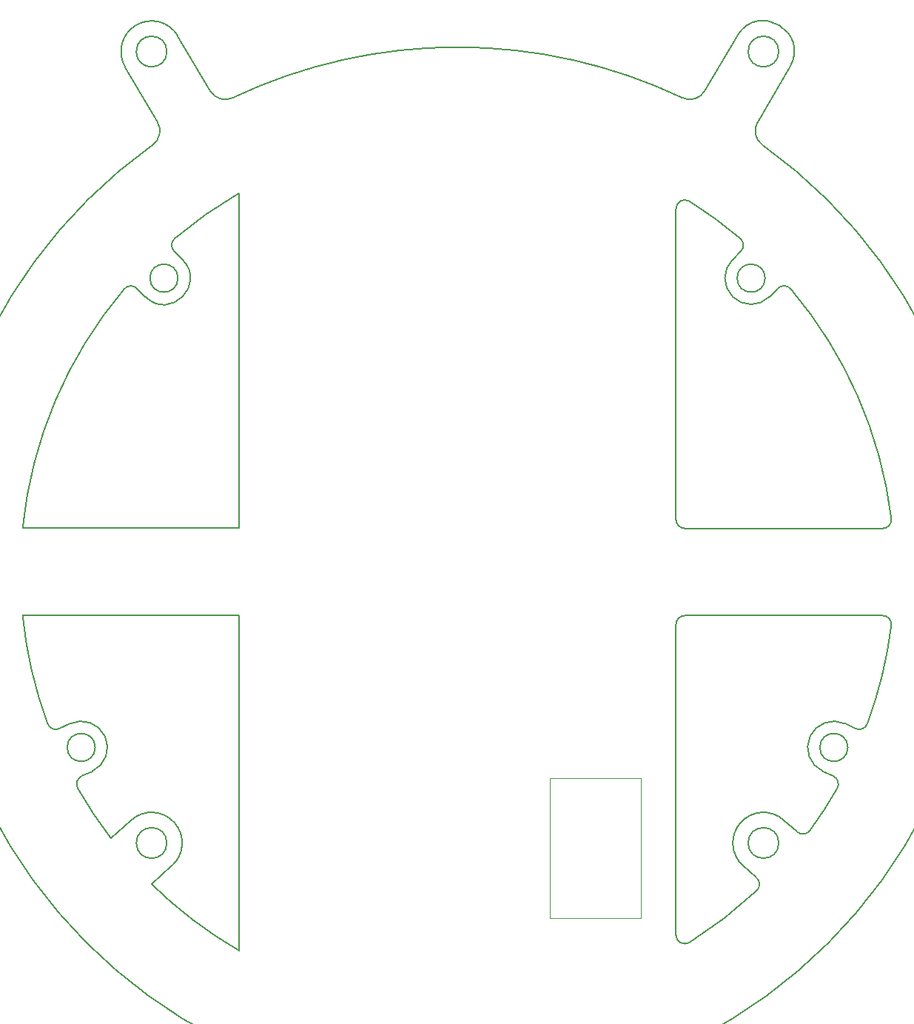
<source format=gbr>
%TF.GenerationSoftware,KiCad,Pcbnew,(6.0.11)*%
%TF.CreationDate,2023-10-13T17:07:53+09:00*%
%TF.ProjectId,sensors_board,73656e73-6f72-4735-9f62-6f6172642e6b,rev?*%
%TF.SameCoordinates,Original*%
%TF.FileFunction,Profile,NP*%
%FSLAX46Y46*%
G04 Gerber Fmt 4.6, Leading zero omitted, Abs format (unit mm)*
G04 Created by KiCad (PCBNEW (6.0.11)) date 2023-10-13 17:07:53*
%MOMM*%
%LPD*%
G01*
G04 APERTURE LIST*
%TA.AperFunction,Profile*%
%ADD10C,0.200000*%
%TD*%
%TA.AperFunction,Profile*%
%ADD11C,0.100000*%
%TD*%
G04 APERTURE END LIST*
D10*
X117570585Y-53608064D02*
G75*
G03*
X187348559Y-53608064I34888987J-48813508D01*
G01*
X178173130Y-48210753D02*
G75*
G03*
X126746014Y-48210753I-25713558J-54210816D01*
G01*
X192775356Y-131995841D02*
G75*
G03*
X195898748Y-127181176I-40315256J29573941D01*
G01*
X177459572Y-143954691D02*
X177459572Y-108421572D01*
X178459572Y-107421572D02*
G75*
G03*
X177459572Y-108421572I28J-1000028D01*
G01*
X199348692Y-119782745D02*
G75*
G03*
X202083312Y-108544021I-46888992J17361145D01*
G01*
X119780248Y-136041691D02*
G75*
G03*
X115138949Y-130801513I-2320648J2620091D01*
G01*
X191305961Y-132152996D02*
G75*
G03*
X192775357Y-131995842I663039J748596D01*
G01*
X177459622Y-143954691D02*
G75*
G03*
X178990185Y-144802306I999978J-9D01*
G01*
X177459614Y-96446386D02*
G75*
G03*
X178459572Y-97446386I999986J-14D01*
G01*
X186787657Y-50966907D02*
X190476342Y-44696142D01*
X127459572Y-97421572D02*
X127459572Y-59120302D01*
D11*
X163068000Y-125984000D02*
X173482000Y-125984000D01*
X173482000Y-125984000D02*
X173482000Y-141986000D01*
X173482000Y-141986000D02*
X163068000Y-141986000D01*
X163068000Y-141986000D02*
X163068000Y-125984000D01*
D10*
X120048299Y-65767658D02*
X120993320Y-66712680D01*
X177459572Y-60888453D02*
X177459572Y-96446386D01*
X190476408Y-44696181D02*
G75*
G03*
X184442803Y-41147001I-3016808J1774581D01*
G01*
X115805609Y-70010348D02*
G75*
G03*
X114336082Y-70070382I-707109J-706952D01*
G01*
X197988292Y-120341829D02*
X196777047Y-119777016D01*
X116750680Y-70955320D02*
G75*
G03*
X120993320Y-66712680I2121320J2121320D01*
G01*
X111009952Y-122495939D02*
G75*
G03*
X111009952Y-122495939I-1600000J0D01*
G01*
X119209571Y-42921571D02*
G75*
G03*
X119209571Y-42921571I-1750000J0D01*
G01*
X184870893Y-65767706D02*
G75*
G03*
X184810762Y-64298082I-707193J707106D01*
G01*
X195898782Y-127181195D02*
G75*
G03*
X195452583Y-125779676I-868782J495195D01*
G01*
X185138949Y-136041631D02*
X186664759Y-137393063D01*
X196777046Y-119777018D02*
G75*
G03*
X194241337Y-125214863I-1267856J-2718922D01*
G01*
X189209573Y-42921571D02*
G75*
G03*
X189209573Y-42921571I-1750000J0D01*
G01*
X117442608Y-138112064D02*
G75*
G03*
X127459572Y-145722842I35016992J35690464D01*
G01*
X178173107Y-48210801D02*
G75*
G03*
X180754117Y-47417766I857093J1807101D01*
G01*
X114442802Y-44696142D02*
X118131487Y-50966907D01*
X120476340Y-41147002D02*
G75*
G03*
X114442802Y-44696142I-3016770J-1774568D01*
G01*
X116750680Y-70955320D02*
X115805658Y-70010299D01*
X178459572Y-107421572D02*
X201090838Y-107421572D01*
X120472000Y-68834000D02*
G75*
G03*
X120472000Y-68834000I-1600000J0D01*
G01*
X190583070Y-70070375D02*
G75*
G03*
X189113486Y-70010299I-762470J-647025D01*
G01*
X197988291Y-120341831D02*
G75*
G03*
X199348693Y-119782745I422609J906331D01*
G01*
X109466561Y-125779676D02*
X110677807Y-125214863D01*
X186686307Y-138870684D02*
G75*
G03*
X186664759Y-137393063I-684607J728984D01*
G01*
X117570613Y-53608102D02*
G75*
G03*
X118131487Y-50966907I-1162913J1627102D01*
G01*
X124165027Y-47417766D02*
X120476341Y-41147001D01*
X189209573Y-133421572D02*
G75*
G03*
X189209573Y-133421572I-1750000J0D01*
G01*
X191306006Y-132152945D02*
X189780196Y-130801513D01*
X109020401Y-127181173D02*
G75*
G03*
X112801354Y-132871954I43439199J24759573D01*
G01*
X184810763Y-64298081D02*
G75*
G03*
X178990185Y-60040838I-32351563J-38124019D01*
G01*
X120108429Y-64298137D02*
G75*
G03*
X120048299Y-65767658I646971J-762463D01*
G01*
X127459572Y-107421572D02*
X127459572Y-145722842D01*
X183925824Y-66712680D02*
G75*
G03*
X188168464Y-70955320I2121320J-2121320D01*
G01*
X119209572Y-133421572D02*
G75*
G03*
X119209572Y-133421572I-1750000J0D01*
G01*
X115138949Y-130801513D02*
X112801354Y-132871954D01*
X197109192Y-122495939D02*
G75*
G03*
X197109192Y-122495939I-1600000J0D01*
G01*
X114336081Y-70070381D02*
G75*
G03*
X102710200Y-97421572I38123489J-32351189D01*
G01*
X189113486Y-70010299D02*
X188168464Y-70955320D01*
X194241337Y-125214863D02*
X195452583Y-125779676D01*
X102710203Y-107421572D02*
G75*
G03*
X105570451Y-119782745I49749297J4999972D01*
G01*
X102710200Y-97421572D02*
X127459572Y-97421572D01*
X127459572Y-59120301D02*
G75*
G03*
X120108382Y-64298082I25000028J-43301299D01*
G01*
X189780196Y-130801513D02*
G75*
G03*
X185138949Y-136041631I-2320626J-2620057D01*
G01*
X184442803Y-41147001D02*
X180754117Y-47417766D01*
X102710200Y-107421572D02*
X127459572Y-107421572D01*
X201093893Y-97446395D02*
G75*
G03*
X202086430Y-96324443I7J999995D01*
G01*
X178990186Y-144802308D02*
G75*
G03*
X186686258Y-138870632I-26530686J42380808D01*
G01*
X117442601Y-138112071D02*
X119780195Y-136041631D01*
X186787597Y-50966872D02*
G75*
G03*
X187348559Y-53608064I1723903J-1014028D01*
G01*
X202086451Y-96324440D02*
G75*
G03*
X190583062Y-70070382I-49626851J-6097160D01*
G01*
X105570472Y-119782737D02*
G75*
G03*
X106930852Y-120341829I937828J347337D01*
G01*
X124165024Y-47417768D02*
G75*
G03*
X126746014Y-48210753I1723876J1014068D01*
G01*
X178990186Y-60040836D02*
G75*
G03*
X177459572Y-60888453I-530586J-847664D01*
G01*
X109466567Y-125779688D02*
G75*
G03*
X109020396Y-127181176I422633J-906312D01*
G01*
X110677794Y-125214835D02*
G75*
G03*
X108142097Y-119777016I-1267794J2718935D01*
G01*
X202083307Y-108544020D02*
G75*
G03*
X201090838Y-107421572I-992507J122420D01*
G01*
X108142097Y-119777016D02*
X106930852Y-120341829D01*
X187647144Y-68834000D02*
G75*
G03*
X187647144Y-68834000I-1600000J0D01*
G01*
X178459572Y-97446386D02*
X201093893Y-97446386D01*
X183925824Y-66712680D02*
X184870845Y-65767658D01*
M02*

</source>
